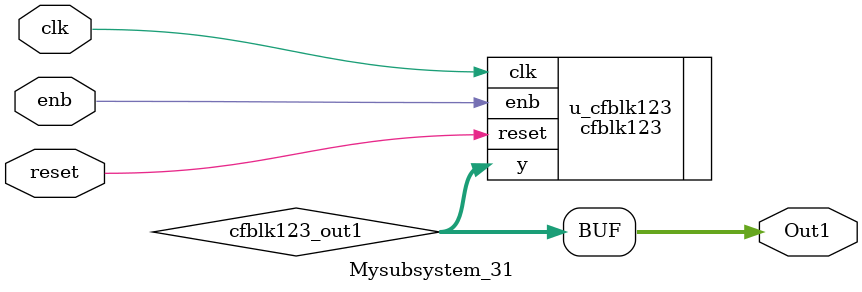
<source format=v>



`timescale 1 ns / 1 ns

module Mysubsystem_31
          (clk,
           reset,
           enb,
           Out1);


  input   clk;
  input   reset;
  input   enb;
  output  [7:0] Out1;  // uint8


  wire [7:0] cfblk123_out1;  // uint8


  cfblk123 u_cfblk123 (.clk(clk),
                       .reset(reset),
                       .enb(enb),
                       .y(cfblk123_out1)  // uint8
                       );

  assign Out1 = cfblk123_out1;

endmodule  // Mysubsystem_31


</source>
